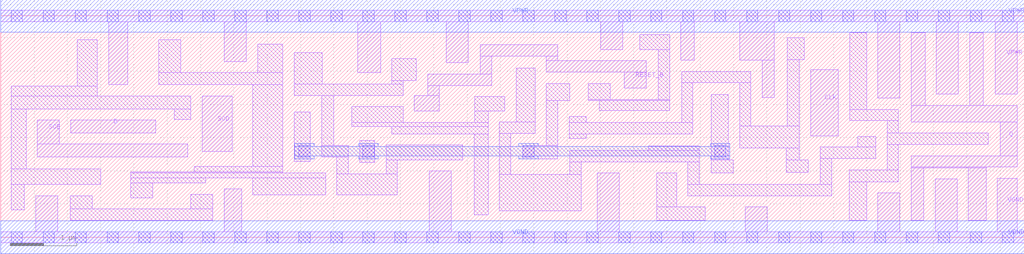
<source format=lef>
# Copyright 2020 The SkyWater PDK Authors
#
# Licensed under the Apache License, Version 2.0 (the "License");
# you may not use this file except in compliance with the License.
# You may obtain a copy of the License at
#
#     https://www.apache.org/licenses/LICENSE-2.0
#
# Unless required by applicable law or agreed to in writing, software
# distributed under the License is distributed on an "AS IS" BASIS,
# WITHOUT WARRANTIES OR CONDITIONS OF ANY KIND, either express or implied.
# See the License for the specific language governing permissions and
# limitations under the License.
#
# SPDX-License-Identifier: Apache-2.0

VERSION 5.7 ;
  NAMESCASESENSITIVE ON ;
  NOWIREEXTENSIONATPIN ON ;
  DIVIDERCHAR "/" ;
  BUSBITCHARS "[]" ;
UNITS
  DATABASE MICRONS 200 ;
END UNITS
MACRO sky130_fd_sc_lp__sdfrtp_4
  CLASS CORE ;
  SOURCE USER ;
  FOREIGN sky130_fd_sc_lp__sdfrtp_4 ;
  ORIGIN  0.000000  0.000000 ;
  SIZE  15.36000 BY  3.330000 ;
  SYMMETRY X Y R90 ;
  SITE unit ;
  PIN D
    ANTENNAGATEAREA  0.159000 ;
    DIRECTION INPUT ;
    USE SIGNAL ;
    PORT
      LAYER li1 ;
        RECT 1.050000 1.570000 2.325000 1.760000 ;
    END
  END D
  PIN Q
    ANTENNADIFFAREA  1.209600 ;
    DIRECTION OUTPUT ;
    USE SIGNAL ;
    PORT
      LAYER li1 ;
        RECT 13.665000 0.255000 13.855000 1.045000 ;
        RECT 13.665000 1.045000 14.790000 1.055000 ;
        RECT 13.665000 1.055000 15.260000 1.225000 ;
        RECT 13.665000 1.735000 15.260000 1.985000 ;
        RECT 13.665000 1.985000 13.875000 3.075000 ;
        RECT 14.525000 0.255000 14.790000 1.045000 ;
        RECT 14.545000 1.985000 14.745000 3.075000 ;
        RECT 15.000000 1.225000 15.260000 1.735000 ;
    END
  END Q
  PIN RESET_B
    ANTENNAGATEAREA  0.411000 ;
    DIRECTION INPUT ;
    USE SIGNAL ;
    PORT
      LAYER li1 ;
        RECT 6.210000 1.895000 6.580000 2.130000 ;
        RECT 6.410000 2.130000 6.580000 2.285000 ;
        RECT 6.410000 2.285000 7.370000 2.455000 ;
        RECT 7.200000 2.455000 7.370000 2.725000 ;
        RECT 7.200000 2.725000 8.360000 2.895000 ;
        RECT 8.190000 2.485000 9.690000 2.655000 ;
        RECT 8.190000 2.655000 8.360000 2.725000 ;
        RECT 9.360000 2.245000 9.690000 2.485000 ;
    END
  END RESET_B
  PIN SCD
    ANTENNAGATEAREA  0.159000 ;
    DIRECTION INPUT ;
    USE SIGNAL ;
    PORT
      LAYER li1 ;
        RECT 3.025000 1.290000 3.475000 2.125000 ;
    END
  END SCD
  PIN SCE
    ANTENNAGATEAREA  0.318000 ;
    DIRECTION INPUT ;
    USE SIGNAL ;
    PORT
      LAYER li1 ;
        RECT 0.550000 1.205000 2.805000 1.400000 ;
        RECT 0.550000 1.400000 0.880000 1.760000 ;
    END
  END SCE
  PIN CLK
    ANTENNAGATEAREA  0.315000 ;
    DIRECTION INPUT ;
    USE CLOCK ;
    PORT
      LAYER li1 ;
        RECT 12.155000 1.525000 12.570000 2.525000 ;
    END
  END CLK
  PIN VGND
    DIRECTION INOUT ;
    USE GROUND ;
    PORT
      LAYER li1 ;
        RECT  0.000000 -0.085000 15.360000 0.085000 ;
        RECT  0.525000  0.085000  0.855000 0.625000 ;
        RECT  3.355000  0.085000  3.615000 0.725000 ;
        RECT  6.435000  0.085000  6.765000 0.995000 ;
        RECT  8.955000  0.085000  9.285000 0.965000 ;
        RECT 11.175000  0.085000 11.505000 0.455000 ;
        RECT 13.165000  0.085000 13.495000 0.665000 ;
        RECT 14.025000  0.085000 14.355000 0.875000 ;
        RECT 14.960000  0.085000 15.255000 0.885000 ;
      LAYER mcon ;
        RECT  0.155000 -0.085000  0.325000 0.085000 ;
        RECT  0.635000 -0.085000  0.805000 0.085000 ;
        RECT  1.115000 -0.085000  1.285000 0.085000 ;
        RECT  1.595000 -0.085000  1.765000 0.085000 ;
        RECT  2.075000 -0.085000  2.245000 0.085000 ;
        RECT  2.555000 -0.085000  2.725000 0.085000 ;
        RECT  3.035000 -0.085000  3.205000 0.085000 ;
        RECT  3.515000 -0.085000  3.685000 0.085000 ;
        RECT  3.995000 -0.085000  4.165000 0.085000 ;
        RECT  4.475000 -0.085000  4.645000 0.085000 ;
        RECT  4.955000 -0.085000  5.125000 0.085000 ;
        RECT  5.435000 -0.085000  5.605000 0.085000 ;
        RECT  5.915000 -0.085000  6.085000 0.085000 ;
        RECT  6.395000 -0.085000  6.565000 0.085000 ;
        RECT  6.875000 -0.085000  7.045000 0.085000 ;
        RECT  7.355000 -0.085000  7.525000 0.085000 ;
        RECT  7.835000 -0.085000  8.005000 0.085000 ;
        RECT  8.315000 -0.085000  8.485000 0.085000 ;
        RECT  8.795000 -0.085000  8.965000 0.085000 ;
        RECT  9.275000 -0.085000  9.445000 0.085000 ;
        RECT  9.755000 -0.085000  9.925000 0.085000 ;
        RECT 10.235000 -0.085000 10.405000 0.085000 ;
        RECT 10.715000 -0.085000 10.885000 0.085000 ;
        RECT 11.195000 -0.085000 11.365000 0.085000 ;
        RECT 11.675000 -0.085000 11.845000 0.085000 ;
        RECT 12.155000 -0.085000 12.325000 0.085000 ;
        RECT 12.635000 -0.085000 12.805000 0.085000 ;
        RECT 13.115000 -0.085000 13.285000 0.085000 ;
        RECT 13.595000 -0.085000 13.765000 0.085000 ;
        RECT 14.075000 -0.085000 14.245000 0.085000 ;
        RECT 14.555000 -0.085000 14.725000 0.085000 ;
        RECT 15.035000 -0.085000 15.205000 0.085000 ;
      LAYER met1 ;
        RECT 0.000000 -0.245000 15.360000 0.245000 ;
    END
  END VGND
  PIN VPWR
    DIRECTION INOUT ;
    USE POWER ;
    PORT
      LAYER li1 ;
        RECT  0.000000 3.245000 15.360000 3.415000 ;
        RECT  1.620000 2.295000  1.910000 3.245000 ;
        RECT  3.355000 2.645000  3.685000 3.245000 ;
        RECT  5.360000 2.475000  5.700000 3.245000 ;
        RECT  6.690000 2.625000  7.020000 3.245000 ;
        RECT  9.005000 2.825000  9.335000 3.245000 ;
        RECT 10.210000 2.665000 10.410000 3.245000 ;
        RECT 11.095000 2.665000 11.610000 3.245000 ;
        RECT 11.430000 2.105000 11.610000 2.665000 ;
        RECT 13.165000 2.095000 13.495000 3.245000 ;
        RECT 14.045000 2.155000 14.375000 3.245000 ;
        RECT 14.925000 2.155000 15.255000 3.245000 ;
      LAYER mcon ;
        RECT  0.155000 3.245000  0.325000 3.415000 ;
        RECT  0.635000 3.245000  0.805000 3.415000 ;
        RECT  1.115000 3.245000  1.285000 3.415000 ;
        RECT  1.595000 3.245000  1.765000 3.415000 ;
        RECT  2.075000 3.245000  2.245000 3.415000 ;
        RECT  2.555000 3.245000  2.725000 3.415000 ;
        RECT  3.035000 3.245000  3.205000 3.415000 ;
        RECT  3.515000 3.245000  3.685000 3.415000 ;
        RECT  3.995000 3.245000  4.165000 3.415000 ;
        RECT  4.475000 3.245000  4.645000 3.415000 ;
        RECT  4.955000 3.245000  5.125000 3.415000 ;
        RECT  5.435000 3.245000  5.605000 3.415000 ;
        RECT  5.915000 3.245000  6.085000 3.415000 ;
        RECT  6.395000 3.245000  6.565000 3.415000 ;
        RECT  6.875000 3.245000  7.045000 3.415000 ;
        RECT  7.355000 3.245000  7.525000 3.415000 ;
        RECT  7.835000 3.245000  8.005000 3.415000 ;
        RECT  8.315000 3.245000  8.485000 3.415000 ;
        RECT  8.795000 3.245000  8.965000 3.415000 ;
        RECT  9.275000 3.245000  9.445000 3.415000 ;
        RECT  9.755000 3.245000  9.925000 3.415000 ;
        RECT 10.235000 3.245000 10.405000 3.415000 ;
        RECT 10.715000 3.245000 10.885000 3.415000 ;
        RECT 11.195000 3.245000 11.365000 3.415000 ;
        RECT 11.675000 3.245000 11.845000 3.415000 ;
        RECT 12.155000 3.245000 12.325000 3.415000 ;
        RECT 12.635000 3.245000 12.805000 3.415000 ;
        RECT 13.115000 3.245000 13.285000 3.415000 ;
        RECT 13.595000 3.245000 13.765000 3.415000 ;
        RECT 14.075000 3.245000 14.245000 3.415000 ;
        RECT 14.555000 3.245000 14.725000 3.415000 ;
        RECT 15.035000 3.245000 15.205000 3.415000 ;
      LAYER met1 ;
        RECT 0.000000 3.085000 15.360000 3.575000 ;
    END
  END VPWR
  OBS
    LAYER li1 ;
      RECT  0.155000 0.415000  0.355000 0.795000 ;
      RECT  0.155000 0.795000  1.500000 1.030000 ;
      RECT  0.155000 1.030000  0.380000 1.930000 ;
      RECT  0.155000 1.930000  2.855000 2.125000 ;
      RECT  0.155000 2.125000  1.450000 2.275000 ;
      RECT  1.045000 0.255000  3.185000 0.425000 ;
      RECT  1.045000 0.425000  1.375000 0.625000 ;
      RECT  1.150000 2.275000  1.450000 2.975000 ;
      RECT  1.950000 0.595000  2.280000 0.815000 ;
      RECT  1.950000 0.815000  3.075000 0.895000 ;
      RECT  1.950000 0.895000  4.875000 0.970000 ;
      RECT  1.950000 0.970000  4.235000 0.985000 ;
      RECT  2.370000 2.295000  4.235000 2.475000 ;
      RECT  2.370000 2.475000  2.700000 2.975000 ;
      RECT  2.605000 1.770000  2.855000 1.930000 ;
      RECT  2.855000 0.425000  3.185000 0.645000 ;
      RECT  2.905000 0.985000  4.235000 1.065000 ;
      RECT  3.780000 1.065000  4.235000 2.295000 ;
      RECT  3.785000 0.640000  4.875000 0.895000 ;
      RECT  3.855000 2.475000  4.235000 2.905000 ;
      RECT  4.405000 1.140000  4.645000 1.880000 ;
      RECT  4.405000 2.135000  6.040000 2.305000 ;
      RECT  4.405000 2.305000  4.825000 2.775000 ;
      RECT  4.815000 1.210000  5.215000 1.380000 ;
      RECT  4.815000 1.380000  4.995000 2.135000 ;
      RECT  5.045000 0.640000  5.955000 0.955000 ;
      RECT  5.045000 0.955000  5.215000 1.210000 ;
      RECT  5.265000 1.665000  7.315000 1.725000 ;
      RECT  5.265000 1.725000  6.040000 1.965000 ;
      RECT  5.385000 1.125000  5.615000 1.455000 ;
      RECT  5.785000 0.955000  5.955000 1.165000 ;
      RECT  5.785000 1.165000  6.935000 1.385000 ;
      RECT  5.870000 1.555000  7.315000 1.665000 ;
      RECT  5.870000 2.305000  6.040000 2.360000 ;
      RECT  5.870000 2.360000  6.240000 2.690000 ;
      RECT  7.105000 0.335000  7.315000 1.555000 ;
      RECT  7.115000 1.725000  7.315000 1.900000 ;
      RECT  7.115000 1.900000  7.565000 2.115000 ;
      RECT  7.485000 0.395000  8.710000 0.945000 ;
      RECT  7.485000 0.945000  7.655000 1.560000 ;
      RECT  7.485000 1.560000  8.020000 1.730000 ;
      RECT  7.735000 1.730000  8.020000 2.545000 ;
      RECT  7.835000 1.175000  8.360000 1.380000 ;
      RECT  8.190000 1.380000  8.360000 2.055000 ;
      RECT  8.190000 2.055000  8.540000 2.315000 ;
      RECT  8.530000 1.485000  8.790000 1.555000 ;
      RECT  8.530000 1.555000 10.390000 1.725000 ;
      RECT  8.530000 1.725000  8.790000 1.815000 ;
      RECT  8.540000 0.945000  8.710000 1.135000 ;
      RECT  8.540000 1.135000 10.485000 1.305000 ;
      RECT  8.820000 2.055000 10.040000 2.075000 ;
      RECT  8.820000 2.075000  9.150000 2.315000 ;
      RECT  8.980000 1.905000 10.040000 2.055000 ;
      RECT  9.595000 2.825000 10.040000 3.045000 ;
      RECT  9.720000 1.305000 10.485000 1.375000 ;
      RECT  9.845000 0.255000 10.575000 0.455000 ;
      RECT  9.845000 0.455000 10.145000 0.965000 ;
      RECT  9.870000 2.075000 10.040000 2.825000 ;
      RECT 10.220000 1.725000 10.390000 2.325000 ;
      RECT 10.220000 2.325000 11.260000 2.495000 ;
      RECT 10.315000 0.625000 12.470000 0.795000 ;
      RECT 10.315000 0.795000 10.485000 1.135000 ;
      RECT 10.665000 0.965000 10.995000 1.165000 ;
      RECT 10.665000 1.165000 10.920000 2.145000 ;
      RECT 11.090000 1.345000 11.985000 1.675000 ;
      RECT 11.090000 1.675000 11.260000 2.325000 ;
      RECT 11.790000 0.975000 12.120000 1.165000 ;
      RECT 11.790000 1.165000 11.985000 1.345000 ;
      RECT 11.805000 1.675000 11.985000 2.670000 ;
      RECT 11.805000 2.670000 12.060000 3.000000 ;
      RECT 12.300000 0.795000 12.470000 1.185000 ;
      RECT 12.300000 1.185000 13.135000 1.355000 ;
      RECT 12.735000 0.255000 12.995000 0.835000 ;
      RECT 12.735000 0.835000 13.475000 1.015000 ;
      RECT 12.740000 1.755000 13.475000 1.925000 ;
      RECT 12.740000 1.925000 12.995000 3.075000 ;
      RECT 12.860000 1.355000 13.135000 1.515000 ;
      RECT 13.305000 1.015000 13.475000 1.395000 ;
      RECT 13.305000 1.395000 14.820000 1.565000 ;
      RECT 13.305000 1.565000 13.475000 1.755000 ;
    LAYER mcon ;
      RECT  4.475000 1.210000  4.645000 1.380000 ;
      RECT  5.435000 1.210000  5.605000 1.380000 ;
      RECT  7.835000 1.210000  8.005000 1.380000 ;
      RECT 10.715000 1.210000 10.885000 1.380000 ;
    LAYER met1 ;
      RECT  4.415000 1.180000  4.705000 1.225000 ;
      RECT  4.415000 1.225000 10.945000 1.365000 ;
      RECT  4.415000 1.365000  4.705000 1.410000 ;
      RECT  5.375000 1.180000  5.665000 1.225000 ;
      RECT  5.375000 1.365000  5.665000 1.410000 ;
      RECT  7.775000 1.180000  8.065000 1.225000 ;
      RECT  7.775000 1.365000  8.065000 1.410000 ;
      RECT 10.655000 1.180000 10.945000 1.225000 ;
      RECT 10.655000 1.365000 10.945000 1.410000 ;
  END
END sky130_fd_sc_lp__sdfrtp_4

</source>
